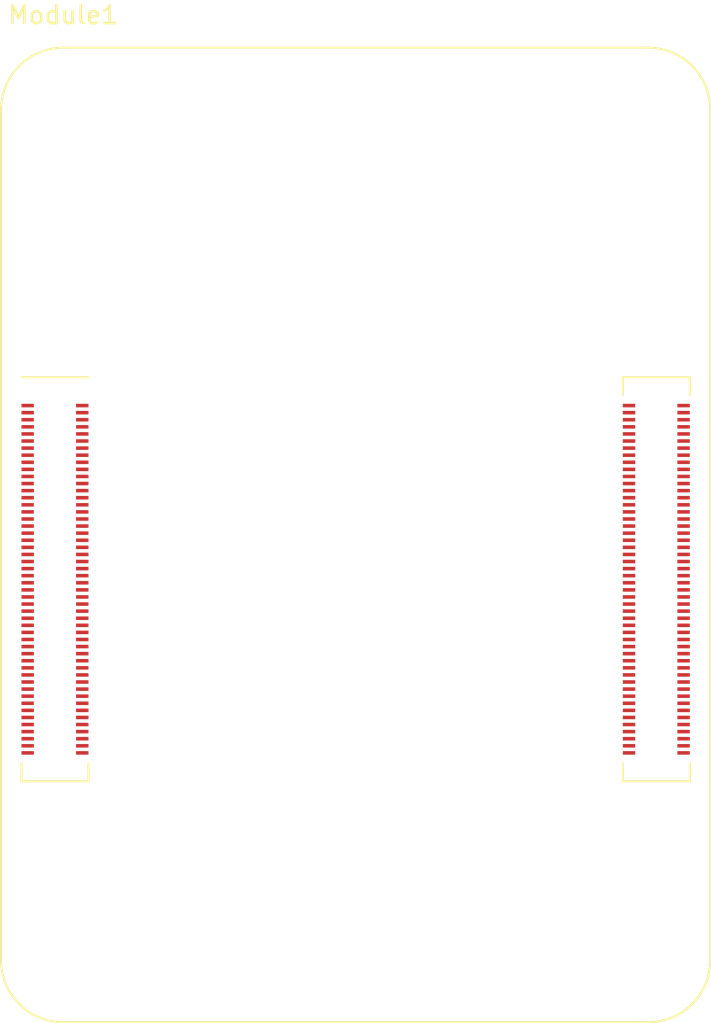
<source format=kicad_pcb>
(kicad_pcb (version 20201002) (generator pcbnew)

  (general
    (thickness 1.6)
  )

  (paper "A4")
  (layers
    (0 "F.Cu" signal)
    (31 "B.Cu" signal)
    (32 "B.Adhes" user "B.Adhesive")
    (33 "F.Adhes" user "F.Adhesive")
    (34 "B.Paste" user)
    (35 "F.Paste" user)
    (36 "B.SilkS" user "B.Silkscreen")
    (37 "F.SilkS" user "F.Silkscreen")
    (38 "B.Mask" user)
    (39 "F.Mask" user)
    (40 "Dwgs.User" user "User.Drawings")
    (41 "Cmts.User" user "User.Comments")
    (42 "Eco1.User" user "User.Eco1")
    (43 "Eco2.User" user "User.Eco2")
    (44 "Edge.Cuts" user)
    (45 "Margin" user)
    (46 "B.CrtYd" user "B.Courtyard")
    (47 "F.CrtYd" user "F.Courtyard")
    (48 "B.Fab" user)
    (49 "F.Fab" user)
    (50 "User.1" user)
    (51 "User.2" user)
    (52 "User.3" user)
    (53 "User.4" user)
    (54 "User.5" user)
    (55 "User.6" user)
    (56 "User.7" user)
    (57 "User.8" user)
    (58 "User.9" user)
  )

  (setup
    (pcbplotparams
      (layerselection 0x00010fc_ffffffff)
      (disableapertmacros false)
      (usegerberextensions false)
      (usegerberattributes true)
      (usegerberadvancedattributes true)
      (creategerberjobfile true)
      (svguseinch false)
      (svgprecision 6)
      (excludeedgelayer true)
      (plotframeref false)
      (viasonmask false)
      (mode 1)
      (useauxorigin false)
      (hpglpennumber 1)
      (hpglpenspeed 20)
      (hpglpendiameter 15.000000)
      (psnegative false)
      (psa4output false)
      (plotreference true)
      (plotvalue true)
      (plotinvisibletext false)
      (sketchpadsonfab false)
      (subtractmaskfromsilk false)
      (outputformat 1)
      (mirror false)
      (drillshape 1)
      (scaleselection 1)
      (outputdirectory "")
    )
  )


  (net 0 "")
  (net 1 "Net-(Module1-Pad200)")
  (net 2 "Net-(Module1-Pad199)")
  (net 3 "Net-(Module1-Pad198)")
  (net 4 "Net-(Module1-Pad197)")
  (net 5 "Net-(Module1-Pad196)")
  (net 6 "Net-(Module1-Pad195)")
  (net 7 "Net-(Module1-Pad194)")
  (net 8 "Net-(Module1-Pad193)")
  (net 9 "Net-(Module1-Pad192)")
  (net 10 "Net-(Module1-Pad191)")
  (net 11 "Net-(Module1-Pad190)")
  (net 12 "Net-(Module1-Pad189)")
  (net 13 "Net-(Module1-Pad188)")
  (net 14 "Net-(Module1-Pad187)")
  (net 15 "Net-(Module1-Pad186)")
  (net 16 "Net-(Module1-Pad185)")
  (net 17 "Net-(Module1-Pad184)")
  (net 18 "Net-(Module1-Pad183)")
  (net 19 "Net-(Module1-Pad182)")
  (net 20 "Net-(Module1-Pad181)")
  (net 21 "Net-(Module1-Pad180)")
  (net 22 "Net-(Module1-Pad179)")
  (net 23 "Net-(Module1-Pad178)")
  (net 24 "Net-(Module1-Pad177)")
  (net 25 "Net-(Module1-Pad176)")
  (net 26 "Net-(Module1-Pad175)")
  (net 27 "Net-(Module1-Pad174)")
  (net 28 "Net-(Module1-Pad173)")
  (net 29 "Net-(Module1-Pad172)")
  (net 30 "Net-(Module1-Pad171)")
  (net 31 "Net-(Module1-Pad170)")
  (net 32 "Net-(Module1-Pad169)")
  (net 33 "Net-(Module1-Pad168)")
  (net 34 "Net-(Module1-Pad167)")
  (net 35 "Net-(Module1-Pad166)")
  (net 36 "Net-(Module1-Pad165)")
  (net 37 "Net-(Module1-Pad164)")
  (net 38 "Net-(Module1-Pad163)")
  (net 39 "Net-(Module1-Pad162)")
  (net 40 "Net-(Module1-Pad161)")
  (net 41 "Net-(Module1-Pad160)")
  (net 42 "Net-(Module1-Pad159)")
  (net 43 "Net-(Module1-Pad158)")
  (net 44 "Net-(Module1-Pad157)")
  (net 45 "Net-(Module1-Pad156)")
  (net 46 "Net-(Module1-Pad155)")
  (net 47 "Net-(Module1-Pad154)")
  (net 48 "Net-(Module1-Pad153)")
  (net 49 "Net-(Module1-Pad152)")
  (net 50 "Net-(Module1-Pad151)")
  (net 51 "Net-(Module1-Pad150)")
  (net 52 "Net-(Module1-Pad149)")
  (net 53 "Net-(Module1-Pad148)")
  (net 54 "Net-(Module1-Pad147)")
  (net 55 "Net-(Module1-Pad146)")
  (net 56 "Net-(Module1-Pad145)")
  (net 57 "Net-(Module1-Pad144)")
  (net 58 "Net-(Module1-Pad143)")
  (net 59 "Net-(Module1-Pad142)")
  (net 60 "Net-(Module1-Pad141)")
  (net 61 "Net-(Module1-Pad140)")
  (net 62 "Net-(Module1-Pad139)")
  (net 63 "Net-(Module1-Pad138)")
  (net 64 "Net-(Module1-Pad137)")
  (net 65 "Net-(Module1-Pad136)")
  (net 66 "Net-(Module1-Pad135)")
  (net 67 "Net-(Module1-Pad134)")
  (net 68 "Net-(Module1-Pad133)")
  (net 69 "Net-(Module1-Pad132)")
  (net 70 "Net-(Module1-Pad131)")
  (net 71 "Net-(Module1-Pad130)")
  (net 72 "Net-(Module1-Pad129)")
  (net 73 "Net-(Module1-Pad128)")
  (net 74 "Net-(Module1-Pad127)")
  (net 75 "Net-(Module1-Pad126)")
  (net 76 "Net-(Module1-Pad125)")
  (net 77 "Net-(Module1-Pad124)")
  (net 78 "Net-(Module1-Pad123)")
  (net 79 "Net-(Module1-Pad122)")
  (net 80 "Net-(Module1-Pad121)")
  (net 81 "Net-(Module1-Pad120)")
  (net 82 "Net-(Module1-Pad119)")
  (net 83 "Net-(Module1-Pad118)")
  (net 84 "Net-(Module1-Pad117)")
  (net 85 "Net-(Module1-Pad116)")
  (net 86 "Net-(Module1-Pad115)")
  (net 87 "Net-(Module1-Pad114)")
  (net 88 "Net-(Module1-Pad113)")
  (net 89 "Net-(Module1-Pad112)")
  (net 90 "Net-(Module1-Pad111)")
  (net 91 "Net-(Module1-Pad110)")
  (net 92 "Net-(Module1-Pad109)")
  (net 93 "Net-(Module1-Pad108)")
  (net 94 "Net-(Module1-Pad107)")
  (net 95 "Net-(Module1-Pad106)")
  (net 96 "Net-(Module1-Pad105)")
  (net 97 "Net-(Module1-Pad104)")
  (net 98 "Net-(Module1-Pad103)")
  (net 99 "Net-(Module1-Pad102)")
  (net 100 "Net-(Module1-Pad101)")
  (net 101 "Net-(Module1-Pad100)")
  (net 102 "Net-(Module1-Pad99)")
  (net 103 "Net-(Module1-Pad98)")
  (net 104 "Net-(Module1-Pad97)")
  (net 105 "Net-(Module1-Pad96)")
  (net 106 "Net-(Module1-Pad95)")
  (net 107 "Net-(Module1-Pad94)")
  (net 108 "Net-(Module1-Pad93)")
  (net 109 "Net-(Module1-Pad92)")
  (net 110 "Net-(Module1-Pad91)")
  (net 111 "Net-(Module1-Pad90)")
  (net 112 "Net-(Module1-Pad89)")
  (net 113 "Net-(Module1-Pad88)")
  (net 114 "Net-(Module1-Pad87)")
  (net 115 "Net-(Module1-Pad86)")
  (net 116 "Net-(Module1-Pad85)")
  (net 117 "Net-(Module1-Pad84)")
  (net 118 "Net-(Module1-Pad83)")
  (net 119 "Net-(Module1-Pad82)")
  (net 120 "Net-(Module1-Pad81)")
  (net 121 "Net-(Module1-Pad80)")
  (net 122 "Net-(Module1-Pad79)")
  (net 123 "Net-(Module1-Pad78)")
  (net 124 "Net-(Module1-Pad77)")
  (net 125 "Net-(Module1-Pad76)")
  (net 126 "Net-(Module1-Pad75)")
  (net 127 "Net-(Module1-Pad74)")
  (net 128 "Net-(Module1-Pad73)")
  (net 129 "Net-(Module1-Pad72)")
  (net 130 "Net-(Module1-Pad71)")
  (net 131 "Net-(Module1-Pad70)")
  (net 132 "Net-(Module1-Pad69)")
  (net 133 "Net-(Module1-Pad68)")
  (net 134 "Net-(Module1-Pad67)")
  (net 135 "Net-(Module1-Pad66)")
  (net 136 "Net-(Module1-Pad65)")
  (net 137 "Net-(Module1-Pad64)")
  (net 138 "Net-(Module1-Pad63)")
  (net 139 "Net-(Module1-Pad62)")
  (net 140 "Net-(Module1-Pad61)")
  (net 141 "Net-(Module1-Pad60)")
  (net 142 "Net-(Module1-Pad59)")
  (net 143 "Net-(Module1-Pad58)")
  (net 144 "Net-(Module1-Pad57)")
  (net 145 "Net-(Module1-Pad56)")
  (net 146 "Net-(Module1-Pad55)")
  (net 147 "Net-(Module1-Pad54)")
  (net 148 "Net-(Module1-Pad53)")
  (net 149 "Net-(Module1-Pad52)")
  (net 150 "Net-(Module1-Pad51)")
  (net 151 "Net-(Module1-Pad50)")
  (net 152 "Net-(Module1-Pad49)")
  (net 153 "Net-(Module1-Pad48)")
  (net 154 "Net-(Module1-Pad47)")
  (net 155 "Net-(Module1-Pad46)")
  (net 156 "Net-(Module1-Pad45)")
  (net 157 "Net-(Module1-Pad44)")
  (net 158 "Net-(Module1-Pad43)")
  (net 159 "Net-(Module1-Pad42)")
  (net 160 "Net-(Module1-Pad41)")
  (net 161 "Net-(Module1-Pad40)")
  (net 162 "Net-(Module1-Pad39)")
  (net 163 "Net-(Module1-Pad38)")
  (net 164 "Net-(Module1-Pad37)")
  (net 165 "Net-(Module1-Pad36)")
  (net 166 "Net-(Module1-Pad35)")
  (net 167 "Net-(Module1-Pad34)")
  (net 168 "Net-(Module1-Pad33)")
  (net 169 "Net-(Module1-Pad32)")
  (net 170 "Net-(Module1-Pad31)")
  (net 171 "Net-(Module1-Pad30)")
  (net 172 "Net-(Module1-Pad29)")
  (net 173 "Net-(Module1-Pad28)")
  (net 174 "Net-(Module1-Pad27)")
  (net 175 "Net-(Module1-Pad26)")
  (net 176 "Net-(Module1-Pad25)")
  (net 177 "Net-(Module1-Pad24)")
  (net 178 "Net-(Module1-Pad23)")
  (net 179 "Net-(Module1-Pad22)")
  (net 180 "Net-(Module1-Pad21)")
  (net 181 "Net-(Module1-Pad20)")
  (net 182 "Net-(Module1-Pad19)")
  (net 183 "Net-(Module1-Pad18)")
  (net 184 "Net-(Module1-Pad17)")
  (net 185 "Net-(Module1-Pad16)")
  (net 186 "Net-(Module1-Pad15)")
  (net 187 "Net-(Module1-Pad14)")
  (net 188 "Net-(Module1-Pad13)")
  (net 189 "Net-(Module1-Pad12)")
  (net 190 "Net-(Module1-Pad11)")
  (net 191 "Net-(Module1-Pad10)")
  (net 192 "Net-(Module1-Pad9)")
  (net 193 "Net-(Module1-Pad8)")
  (net 194 "Net-(Module1-Pad7)")
  (net 195 "Net-(Module1-Pad6)")
  (net 196 "Net-(Module1-Pad5)")
  (net 197 "Net-(Module1-Pad4)")
  (net 198 "Net-(Module1-Pad3)")
  (net 199 "Net-(Module1-Pad2)")
  (net 200 "Net-(Module1-Pad1)")

  (module "CM4IO:Raspberry-Pi-4-Compute-Module" (layer "F.Cu") (tedit 5EF08346) (tstamp 7cb5c854-6b45-4e86-9dcf-abe494b253a8)
    (at 139.7 114.3)
    (descr "Raspberry Pi 4 Compute Module")
    (tags "Raspberry Pi 4 Compute Module")
    (property "Field4" "Hirose")
    (property "Field5" "2x DF40C-100DS-0.4V")
    (property "Sheet file" "C:/Users/agk99/Documents/GitHub/KlipperShip/HW/KlipperShip.kicad_sch")
    (property "Sheet name" "")
    (path "/722a9c41-2401-4818-b1a3-9380313d25d8")
    (attr smd)
    (fp_text reference "Module1" (at 0 -53.34 180) (layer "F.SilkS")
      (effects (font (size 1 1) (thickness 0.15)))
      (tstamp 06751125-5847-403d-bce4-8efcda8bd541)
    )
    (fp_text value "ComputeModule4-CM4" (at 16.52 0.19) (layer "F.Fab")
      (effects (font (size 1 1) (thickness 0.15)))
      (tstamp 62e7d3f5-a8fe-45f4-890b-9ab02a093d5a)
    )
    (fp_line (start 0 3.5) (end 33 3.5) (layer "F.SilkS") (width 0.12) (tstamp 0dac413f-09c3-42dc-8823-4b5af7c79abc))
    (fp_line (start 31.57 -32.9) (end 31.57 -31.9) (layer "F.SilkS") (width 0.12) (tstamp 0f2cd10c-c3a3-4230-8d49-7fc4443c3a64))
    (fp_line (start 35.35 -10.1) (end 35.35 -11.1) (layer "F.SilkS") (width 0.12) (tstamp 2ceadb68-6027-4b09-8141-72fae1e31fac))
    (fp_line (start -2.35 -10.1) (end 1.43 -10.1) (layer "F.SilkS") (width 0.12) (tstamp 540ecf10-7f44-4895-8cb3-614d114015e5))
    (fp_line (start 35.35 -32.9) (end 35.35 -31.9) (layer "F.SilkS") (width 0.12) (tstamp 5638e02a-7976-44a8-8523-5de17b0dbd37))
    (fp_line (start 31.57 -32.9) (end 35.35 -32.9) (layer "F.SilkS") (width 0.12) (tstamp 5e762582-0745-4d8b-b0ac-92b4e63c2a6f))
    (fp_line (start -2.35 -10.1) (end -2.35 -11.1) (layer "F.SilkS") (width 0.12) (tstamp 787cb46b-7115-4ed3-9f00-e5e7fc028d43))
    (fp_line (start 31.57 -10.1) (end 31.57 -11.1) (layer "F.SilkS") (width 0.12) (tstamp 7e81e942-6732-424e-bc75-cbd3ef34f3d6))
    (fp_line (start 36.5 0) (end 36.5 -48) (layer "F.SilkS") (width 0.12) (tstamp 903201a5-ed67-4da4-9274-0b3198fe13af))
    (fp_line (start 31.57 -10.1) (end 35.35 -10.1) (layer "F.SilkS") (width 0.12) (tstamp 9bf26e3b-4be2-4205-8603-b7bd6c792947))
    (fp_line (start 33 -51.5) (end 0 -51.5) (layer "F.SilkS") (width 0.12) (tstamp ab980f77-d7d6-4b62-9cf7-b47ec4900f84))
    (fp_line (start 1.43 -10.1) (end 1.43 -11.1) (layer "F.SilkS") (width 0.12) (tstamp ba5ef3e8-5f99-445f-95cf-42c819072db5))
    (fp_line (start -2.35 -32.9) (end 1.43 -32.9) (layer "F.SilkS") (width 0.12) (tstamp e5b04f53-cb3d-4e08-b990-e21042835be2))
    (fp_line (start -3.5 -48) (end -3.5 0) (layer "F.SilkS") (width 0.12) (tstamp fbf32d30-d86e-4f6b-a7e8-36ecd4c4e222))
    (fp_arc (start 0 -48) (end 0 -51.5) (angle -90) (layer "F.SilkS") (width 0.12) (tstamp 0e0bf287-69df-4ee9-b614-089c22663469))
    (fp_arc (start 33 0) (end 33 3.5) (angle -90) (layer "F.SilkS") (width 0.12) (tstamp 2adc09c1-f54e-4c79-9be1-143674d83442))
    (fp_arc (start 33 -48) (end 36.5 -48) (angle -90) (layer "F.SilkS") (width 0.12) (tstamp 57c05a8b-0816-46bc-a9ef-3f543ad39fbc))
    (fp_arc (start 0 0) (end -3.5 0) (angle -90) (layer "F.SilkS") (width 0.12) (tstamp edf9cb6b-0f4b-4a37-8b68-b762111e76be))
    (fp_line (start 35.35 -32.9) (end 35.35 -10.1) (layer "F.CrtYd") (width 0.12) (tstamp 379c86ce-005c-43fa-8bab-6ffb9e153521))
    (fp_line (start 1.43 -32.9) (end 1.43 -10.1) (layer "F.CrtYd") (width 0.12) (tstamp 3e5dbe3f-4a50-49c3-9c3d-2b134050cf9e))
    (fp_line (start 31.57 -10.1) (end 31.57 -32.9) (layer "F.CrtYd") (width 0.12) (tstamp 6c24905f-d23e-4b9a-ab20-01e96c39f510))
    (fp_line (start 31.57 -32.9) (end 35.35 -32.9) (layer "F.CrtYd") (width 0.12) (tstamp 76dbbc74-7dbc-468f-9188-1977299f2a95))
    (fp_line (start 1.43 -10.1) (end -2.35 -10.1) (layer "F.CrtYd") (width 0.12) (tstamp 7f16e44c-7adf-472d-9979-d9e3822e25db))
    (fp_line (start -2.35 -32.9) (end 1.43 -32.9) (layer "F.CrtYd") (width 0.12) (tstamp a197f593-44dd-4627-b3f9-7a6ac041f03c))
    (fp_line (start -2.35 -10.1) (end -2.35 -32.9) (layer "F.CrtYd") (width 0.12) (tstamp b292c62c-7ab4-4218-b44f-722b422f8680))
    (fp_line (start 35.35 -10.1) (end 31.57 -10.1) (layer "F.CrtYd") (width 0.12) (tstamp d1502c5c-069f-46fb-82b1-d13329c4beca))
    (pad "" np_thru_hole circle (at 33 0) (size 2.7 2.7) (drill 2.7) (layers *.Cu *.Mask)
      (solder_mask_margin 1.7) (clearance 1.7) (tstamp 02c2ea21-962a-434f-9145-050889617d57))
    (pad "" np_thru_hole circle (at 0 0) (size 2.7 2.7) (drill 2.7) (layers *.Cu *.Mask)
      (solder_mask_margin 1.7) (clearance 1.7) (tstamp 4b6e0d21-281b-4c2b-8373-13cc008e2cae))
    (pad "" np_thru_hole circle (at 0 -48) (size 2.7 2.7) (drill 2.7) (layers *.Cu *.Mask)
      (solder_mask_margin 1.7) (clearance 1.7) (tstamp 603dee92-82f2-4bf9-9eeb-4dd6d4bece07))
    (pad "" np_thru_hole circle (at 33 -48) (size 2.7 2.7) (drill 2.7) (layers *.Cu *.Mask)
      (solder_mask_margin 1.7) (clearance 1.7) (tstamp a6a4e355-f16a-498a-8782-00e4132efb8c))
    (pad "1" smd rect (at -2 -31.3 270) (size 0.2 0.7) (layers "F.Cu" "F.Paste" "F.Mask")
      (net 200 "Net-(Module1-Pad1)") (pinfunction "GND") (tstamp 1d9956ab-6da2-42c8-a78b-ba60451a85ab))
    (pad "2" smd rect (at 1.08 -31.3 270) (size 0.2 0.7) (layers "F.Cu" "F.Paste" "F.Mask")
      (net 199 "Net-(Module1-Pad2)") (pinfunction "GND") (tstamp 86f1d52f-4892-4dbc-989a-d9470ea3cc0a))
    (pad "3" smd rect (at -2 -30.9 270) (size 0.2 0.7) (layers "F.Cu" "F.Paste" "F.Mask")
      (net 198 "Net-(Module1-Pad3)") (pinfunction "Ethernet_Pair3_P") (tstamp e45faf34-0f52-401c-983c-26a378284cb2))
    (pad "4" smd rect (at 1.08 -30.9 270) (size 0.2 0.7) (layers "F.Cu" "F.Paste" "F.Mask")
      (net 197 "Net-(Module1-Pad4)") (pinfunction "Ethernet_Pair1_P") (tstamp ee00342b-87ca-4ed2-99eb-2223336f5301))
    (pad "5" smd rect (at -2 -30.5 270) (size 0.2 0.7) (layers "F.Cu" "F.Paste" "F.Mask")
      (net 196 "Net-(Module1-Pad5)") (pinfunction "Ethernet_Pair3_N") (tstamp 1322a66d-2f05-44ef-9db7-b8a8f9367e7d))
    (pad "6" smd rect (at 1.08 -30.5 270) (size 0.2 0.7) (layers "F.Cu" "F.Paste" "F.Mask")
      (net 195 "Net-(Module1-Pad6)") (pinfunction "Ethernet_Pair1_N") (tstamp 21354899-51ca-42d2-a356-75deb6b4ee9f))
    (pad "7" smd rect (at -2 -30.1 270) (size 0.2 0.7) (layers "F.Cu" "F.Paste" "F.Mask")
      (net 194 "Net-(Module1-Pad7)") (pinfunction "GND") (tstamp 19c17dd6-5e4f-4c72-91a8-bd820adc643c))
    (pad "8" smd rect (at 1.08 -30.1 270) (size 0.2 0.7) (layers "F.Cu" "F.Paste" "F.Mask")
      (net 193 "Net-(Module1-Pad8)") (pinfunction "GND") (tstamp 4fc0a88d-3c4a-4731-97c6-5ffe23a67497))
    (pad "9" smd rect (at -2 -29.7 270) (size 0.2 0.7) (layers "F.Cu" "F.Paste" "F.Mask")
      (net 192 "Net-(Module1-Pad9)") (pinfunction "Ethernet_Pair2_N") (tstamp 544a7546-8d56-466c-93ea-81b69fd6fa95))
    (pad "10" smd rect (at 1.08 -29.7 270) (size 0.2 0.7) (layers "F.Cu" "F.Paste" "F.Mask")
      (net 191 "Net-(Module1-Pad10)") (pinfunction "Ethernet_Pair0_N") (tstamp 82119d3d-fafc-4d0c-bd42-7bc78966a61b))
    (pad "11" smd rect (at -2 -29.3 270) (size 0.2 0.7) (layers "F.Cu" "F.Paste" "F.Mask")
      (net 190 "Net-(Module1-Pad11)") (pinfunction "Ethernet_Pair2_P") (tstamp 9f627d2a-c973-4558-855a-2518175a269d))
    (pad "12" smd rect (at 1.08 -29.3 270) (size 0.2 0.7) (layers "F.Cu" "F.Paste" "F.Mask")
      (net 189 "Net-(Module1-Pad12)") (pinfunction "Ethernet_Pair0_P") (tstamp da3059af-4cf9-4228-8d13-9b068a994d03))
    (pad "13" smd rect (at -2 -28.9 270) (size 0.2 0.7) (layers "F.Cu" "F.Paste" "F.Mask")
      (net 188 "Net-(Module1-Pad13)") (pinfunction "GND") (tstamp 003bfab4-7f5c-4464-9a92-68d06eb992e1))
    (pad "14" smd rect (at 1.08 -28.9 270) (size 0.2 0.7) (layers "F.Cu" "F.Paste" "F.Mask")
      (net 187 "Net-(Module1-Pad14)") (pinfunction "GND") (tstamp 65f7cdc4-12b2-4ae1-b332-0d2d26468cb3))
    (pad "15" smd rect (at -2 -28.5 270) (size 0.2 0.7) (layers "F.Cu" "F.Paste" "F.Mask")
      (net 186 "Net-(Module1-Pad15)") (pinfunction "Ethernet_nLED3(3.3v)") (tstamp 050ffbb0-2433-46bf-8dea-e8727a5c85ab))
    (pad "16" smd rect (at 1.08 -28.5 270) (size 0.2 0.7) (layers "F.Cu" "F.Paste" "F.Mask")
      (net 185 "Net-(Module1-Pad16)") (pinfunction "Ethernet_SYNC_IN(1.8v)") (tstamp f7ca98fc-f21d-402a-a065-b6c247a3e716))
    (pad "17" smd rect (at -2 -28.1 270) (size 0.2 0.7) (layers "F.Cu" "F.Paste" "F.Mask")
      (net 184 "Net-(Module1-Pad17)") (pinfunction "Ethernet_nLED2(3.3v)") (tstamp c9dc7aad-5032-4c1e-aca8-c6d612c32e36))
    (pad "18" smd rect (at 1.08 -28.1 270) (size 0.2 0.7) (layers "F.Cu" "F.Paste" "F.Mask")
      (net 183 "Net-(Module1-Pad18)") (pinfunction "Ethernet_SYNC_OUT(1.8v)") (tstamp 5711de63-e5b4-489f-a856-2e18c690004a))
    (pad "19" smd rect (at -2 -27.7 270) (size 0.2 0.7) (layers "F.Cu" "F.Paste" "F.Mask")
      (net 182 "Net-(Module1-Pad19)") (pinfunction "Ethernet_nLED1(3.3v)") (tstamp 8006ec30-bd83-4bb8-975e-8317d3dfaeff))
    (pad "20" smd rect (at 1.08 -27.7 270) (size 0.2 0.7) (layers "F.Cu" "F.Paste" "F.Mask")
      (net 181 "Net-(Module1-Pad20)") (pinfunction "EEPROM_nWP") (tstamp ce7d036b-9eab-460d-b910-a9bde7592d61))
    (pad "21" smd rect (at -2 -27.3 270) (size 0.2 0.7) (layers "F.Cu" "F.Paste" "F.Mask")
      (net 180 "Net-(Module1-Pad21)") (pinfunction "PI_nLED_Activity") (tstamp f23784bd-f9f8-4710-9bf2-9eea60b9531f))
    (pad "22" smd rect (at 1.08 -27.3 270) (size 0.2 0.7) (layers "F.Cu" "F.Paste" "F.Mask")
      (net 179 "Net-(Module1-Pad22)") (pinfunction "GND") (tstamp 16f23771-5108-4de3-bdff-db10a0467dfa))
    (pad "23" smd rect (at -2 -26.9 270) (size 0.2 0.7) (layers "F.Cu" "F.Paste" "F.Mask")
      (net 178 "Net-(Module1-Pad23)") (pinfunction "GND") (tstamp e68220b6-4a89-426b-b762-89ff22991cef))
    (pad "24" smd rect (at 1.08 -26.9 270) (size 0.2 0.7) (layers "F.Cu" "F.Paste" "F.Mask")
      (net 177 "Net-(Module1-Pad24)") (pinfunction "GPIO26") (tstamp e1102df2-556a-4931-af81-524e64db63dd))
    (pad "25" smd rect (at -2 -26.5 270) (size 0.2 0.7) (layers "F.Cu" "F.Paste" "F.Mask")
      (net 176 "Net-(Module1-Pad25)") (pinfunction "GPIO21") (tstamp 33f1d299-44ab-4325-85c2-adbf11984991))
    (pad "26" smd rect (at 1.08 -26.5 270) (size 0.2 0.7) (layers "F.Cu" "F.Paste" "F.Mask")
      (net 175 "Net-(Module1-Pad26)") (pinfunction "GPIO19") (tstamp 08d63265-0633-4684-885a-30d468b9754c))
    (pad "27" smd rect (at -2 -26.1 270) (size 0.2 0.7) (layers "F.Cu" "F.Paste" "F.Mask")
      (net 174 "Net-(Module1-Pad27)") (pinfunction "GPIO20") (tstamp ade212b9-95fb-4b61-99b3-4ec334c55d78))
    (pad "28" smd rect (at 1.08 -26.1 270) (size 0.2 0.7) (layers "F.Cu" "F.Paste" "F.Mask")
      (net 173 "Net-(Module1-Pad28)") (pinfunction "GPIO13") (tstamp 0a7e5039-d5f6-4c22-a23d-81cab2a8b28c))
    (pad "29" smd rect (at -2 -25.7 270) (size 0.2 0.7) (layers "F.Cu" "F.Paste" "F.Mask")
      (net 172 "Net-(Module1-Pad29)") (pinfunction "GPIO16") (tstamp df4b8596-c8aa-4d0c-bbc1-d1c2da672f99))
    (pad "30" smd rect (at 1.08 -25.7 270) (size 0.2 0.7) (layers "F.Cu" "F.Paste" "F.Mask")
      (net 171 "Net-(Module1-Pad30)") (pinfunction "GPIO6") (tstamp 55bc1c1e-c2c2-4855-a979-85c10a89f6fd))
    (pad "31" smd rect (at -2 -25.3 270) (size 0.2 0.7) (layers "F.Cu" "F.Paste" "F.Mask")
      (net 170 "Net-(Module1-Pad31)") (pinfunction "GPIO12") (tstamp 390f8f50-f64c-4c7d-bee2-576312394bd6))
    (pad "32" smd rect (at 1.08 -25.3 270) (size 0.2 0.7) (layers "F.Cu" "F.Paste" "F.Mask")
      (net 169 "Net-(Module1-Pad32)") (pinfunction "GND") (tstamp ed34e48f-a1c4-4588-9f8e-ec1058c446d2))
    (pad "33" smd rect (at -2 -24.9 270) (size 0.2 0.7) (layers "F.Cu" "F.Paste" "F.Mask")
      (net 168 "Net-(Module1-Pad33)") (pinfunction "GND") (tstamp f06ee815-1cd8-49cd-b6dc-342a4b4cb8da))
    (pad "34" smd rect (at 1.08 -24.9 270) (size 0.2 0.7) (layers "F.Cu" "F.Paste" "F.Mask")
      (net 167 "Net-(Module1-Pad34)") (pinfunction "GPIO5") (tstamp 1e31178c-94c7-4717-8451-dc82ba325fc4))
    (pad "35" smd rect (at -2 -24.5 270) (size 0.2 0.7) (layers "F.Cu" "F.Paste" "F.Mask")
      (net 166 "Net-(Module1-Pad35)") (pinfunction "ID_SC") (tstamp 95b26411-4ecd-4fd4-8333-e2e6f3e77c85))
    (pad "36" smd rect (at 1.08 -24.5 270) (size 0.2 0.7) (layers "F.Cu" "F.Paste" "F.Mask")
      (net 165 "Net-(Module1-Pad36)") (pinfunction "ID_SD") (tstamp 5c76cfaf-950a-4415-ac44-4e6dd8afc01d))
    (pad "37" smd rect (at -2 -24.1 270) (size 0.2 0.7) (layers "F.Cu" "F.Paste" "F.Mask")
      (net 164 "Net-(Module1-Pad37)") (pinfunction "GPIO7") (tstamp e30476ff-2c54-4320-bc4b-7b3921de9d5f))
    (pad "38" smd rect (at 1.08 -24.1 270) (size 0.2 0.7) (layers "F.Cu" "F.Paste" "F.Mask")
      (net 163 "Net-(Module1-Pad38)") (pinfunction "GPIO11") (tstamp e0f36ec3-1581-41e9-a420-b8424ef22baa))
    (pad "39" smd rect (at -2 -23.7 270) (size 0.2 0.7) (layers "F.Cu" "F.Paste" "F.Mask")
      (net 162 "Net-(Module1-Pad39)") (pinfunction "GPIO8") (tstamp 8ff5cfd0-6509-4135-9a8f-903a1b29a369))
    (pad "40" smd rect (at 1.08 -23.7 270) (size 0.2 0.7) (layers "F.Cu" "F.Paste" "F.Mask")
      (net 161 "Net-(Module1-Pad40)") (pinfunction "GPIO9") (tstamp 3e1c6e6d-5ea1-4c8c-bb09-cb893dcabb4a))
    (pad "41" smd rect (at -2 -23.3 270) (size 0.2 0.7) (layers "F.Cu" "F.Paste" "F.Mask")
      (net 160 "Net-(Module1-Pad41)") (pinfunction "GPIO25") (tstamp 49baedb7-9018-4a9f-833b-af6c9f477d58))
    (pad "42" smd rect (at 1.08 -23.3 270) (size 0.2 0.7) (layers "F.Cu" "F.Paste" "F.Mask")
      (net 159 "Net-(Module1-Pad42)") (pinfunction "GND") (tstamp 884f5f54-2ed2-4344-903c-ade62debd03f))
    (pad "43" smd rect (at -2 -22.9 270) (size 0.2 0.7) (layers "F.Cu" "F.Paste" "F.Mask")
      (net 158 "Net-(Module1-Pad43)") (pinfunction "GND") (tstamp 9148fa14-cab1-4f00-b367-38dc960954ba))
    (pad "44" smd rect (at 1.08 -22.9 270) (size 0.2 0.7) (layers "F.Cu" "F.Paste" "F.Mask")
      (net 157 "Net-(Module1-Pad44)") (pinfunction "GPIO10") (tstamp 264b3db1-dbf8-4920-b8fb-0274c3b61965))
    (pad "45" smd rect (at -2 -22.5 270) (size 0.2 0.7) (layers "F.Cu" "F.Paste" "F.Mask")
      (net 156 "Net-(Module1-Pad45)") (pinfunction "GPIO24") (tstamp 6e40b823-1fa8-4c6f-9e99-1d0eb47fae41))
    (pad "46" smd rect (at 1.08 -22.5 270) (size 0.2 0.7) (layers "F.Cu" "F.Paste" "F.Mask")
      (net 155 "Net-(Module1-Pad46)") (pinfunction "GPIO22") (tstamp e53f746f-c2a5-4c82-afc2-ce87f5e27e0e))
    (pad "47" smd rect (at -2 -22.1 270) (size 0.2 0.7) (layers "F.Cu" "F.Paste" "F.Mask")
      (net 154 "Net-(Module1-Pad47)") (pinfunction "GPIO23") (tstamp a2dcf612-beb9-4aaf-af9d-6bfa21d0d95a))
    (pad "48" smd rect (at 1.08 -22.1 270) (size 0.2 0.7) (layers "F.Cu" "F.Paste" "F.Mask")
      (net 153 "Net-(Module1-Pad48)") (pinfunction "GPIO27") (tstamp befb77f3-c51d-4bdd-9944-76cc6b129271))
    (pad "49" smd rect (at -2 -21.7 270) (size 0.2 0.7) (layers "F.Cu" "F.Paste" "F.Mask")
      (net 152 "Net-(Module1-Pad49)") (pinfunction "GPIO18") (tstamp b4eb6a52-7dbc-4ae7-b031-68163423d3e7))
    (pad "50" smd rect (at 1.08 -21.7 270) (size 0.2 0.7) (layers "F.Cu" "F.Paste" "F.Mask")
      (net 151 "Net-(Module1-Pad50)") (pinfunction "GPIO17") (tstamp abc23332-3740-4672-af6a-28759d66617d))
    (pad "51" smd rect (at -2 -21.3 270) (size 0.2 0.7) (layers "F.Cu" "F.Paste" "F.Mask")
      (net 150 "Net-(Module1-Pad51)") (pinfunction "GPIO15") (tstamp 1316a68f-5e9c-4bd0-ae76-652636c5e3f9))
    (pad "52" smd rect (at 1.08 -21.3 270) (size 0.2 0.7) (layers "F.Cu" "F.Paste" "F.Mask")
      (net 149 "Net-(Module1-Pad52)") (pinfunction "GND") (tstamp 6716e7f7-afa2-4819-b737-5803e9c4febc))
    (pad "53" smd rect (at -2 -20.9 270) (size 0.2 0.7) (layers "F.Cu" "F.Paste" "F.Mask")
      (net 148 "Net-(Module1-Pad53)") (pinfunction "GND") (tstamp 268d8cc3-3198-44ce-9114-0e5c0f55ccbc))
    (pad "54" smd rect (at 1.08 -20.9 270) (size 0.2 0.7) (layers "F.Cu" "F.Paste" "F.Mask")
      (net 147 "Net-(Module1-Pad54)") (pinfunction "GPIO4") (tstamp 6b6830b4-6319-4ef2-bead-63485e6a6dd7))
    (pad "55" smd rect (at -2 -20.5 270) (size 0.2 0.7) (layers "F.Cu" "F.Paste" "F.Mask")
      (net 146 "Net-(Module1-Pad55)") (pinfunction "GPIO14") (tstamp 8cb99049-72ff-479f-9963-74b6442a9807))
    (pad "56" smd rect (at 1.08 -20.5 270) (size 0.2 0.7) (layers "F.Cu" "F.Paste" "F.Mask")
      (net 145 "Net-(Module1-Pad56)") (pinfunction "GPIO3") (tstamp 9371ac4e-afb8-4189-8c03-cca9a35554e2))
    (pad "57" smd rect (at -2 -20.1 270) (size 0.2 0.7) (layers "F.Cu" "F.Paste" "F.Mask")
      (net 144 "Net-(Module1-Pad57)") (pinfunction "SD_CLK") (tstamp aecc63f5-e777-4ae1-998a-b5b84685db27))
    (pad "58" smd rect (at 1.08 -20.1 270) (size 0.2 0.7) (layers "F.Cu" "F.Paste" "F.Mask")
      (net 143 "Net-(Module1-Pad58)") (pinfunction "GPIO2") (tstamp d6f65983-a098-46c2-9e76-733e8a0be2a2))
    (pad "59" smd rect (at -2 -19.7 270) (size 0.2 0.7) (layers "F.Cu" "F.Paste" "F.Mask")
      (net 142 "Net-(Module1-Pad59)") (pinfunction "GND") (tstamp 5e4cff14-cb22-4aea-b819-e53d98d51ff9))
    (pad "60" smd rect (at 1.08 -19.7 270) (size 0.2 0.7) (layers "F.Cu" "F.Paste" "F.Mask")
      (net 141 "Net-(Module1-Pad60)") (pinfunction "GND") (tstamp 603f3319-f651-42a6-92c2-2ab5aa69e79e))
    (pad "61" smd rect (at -2 -19.3 270) (size 0.2 0.7) (layers "F.Cu" "F.Paste" "F.Mask")
      (net 140 "Net-(Module1-Pad61)") (pinfunction "SD_DAT3") (tstamp 13da99c7-1921-457e-99fb-d97c28b787c4))
    (pad "62" smd rect (at 1.08 -19.3 270) (size 0.2 0.7) (layers "F.Cu" "F.Paste" "F.Mask")
      (net 139 "Net-(Module1-Pad62)") (pinfunction "SD_CMD") (tstamp 3dd834d8-3fd8-4eef-a400-53df4f1ebd01))
    (pad "63" smd rect (at -2 -18.9 270) (size 0.2 0.7) (layers "F.Cu" "F.Paste" "F.Mask")
      (net 138 "Net-(Module1-Pad63)") (pinfunction "SD_DAT0") (tstamp fd6ed145-17c4-400c-ac10-572a45eb253c))
    (pad "64" smd rect (at 1.08 -18.9 270) (size 0.2 0.7) (layers "F.Cu" "F.Paste" "F.Mask")
      (net 137 "Net-(Module1-Pad64)") (pinfunction "SD_DAT5") (tstamp 112f187e-dfde-42cc-b868-ff6852858ffb))
    (pad "65" smd rect (at -2 -18.5 270) (size 0.2 0.7) (layers "F.Cu" "F.Paste" "F.Mask")
      (net 136 "Net-(Module1-Pad65)") (pinfunction "GND") (tstamp 2e4cff68-ffc1-461b-b0cd-421b0b77a906))
    (pad "66" smd rect (at 1.08 -18.5 270) (size 0.2 0.7) (layers "F.Cu" "F.Paste" "F.Mask")
      (net 135 "Net-(Module1-Pad66)") (pinfunction "GND") (tstamp 239a8262-8e8e-435e-832b-bc6c48668fc3))
    (pad "67" smd rect (at -2 -18.1 270) (size 0.2 0.7) (layers "F.Cu" "F.Paste" "F.Mask")
      (net 134 "Net-(Module1-Pad67)") (pinfunction "SD_DAT1") (tstamp bba2013c-5db7-41a8-9853-b3ad1cd616f6))
    (pad "68" smd rect (at 1.08 -18.1 270) (size 0.2 0.7) (layers "F.Cu" "F.Paste" "F.Mask")
      (net 133 "Net-(Module1-Pad68)") (pinfunction "SD_DAT4") (tstamp 830e0131-1281-4e68-a5ff-ef0639bb4f3c))
    (pad "69" smd rect (at -2 -17.7 270) (size 0.2 0.7) (layers "F.Cu" "F.Paste" "F.Mask")
      (net 132 "Net-(Module1-Pad69)") (pinfunction "SD_DAT2") (tstamp ca226408-e7f3-4b66-845d-a095134245c2))
    (pad "70" smd rect (at 1.08 -17.7 270) (size 0.2 0.7) (layers "F.Cu" "F.Paste" "F.Mask")
      (net 131 "Net-(Module1-Pad70)") (pinfunction "SD_DAT7") (tstamp 571d00da-c1a7-410e-8560-e2af15d3cca6))
    (pad "71" smd rect (at -2 -17.3 270) (size 0.2 0.7) (layers "F.Cu" "F.Paste" "F.Mask")
      (net 130 "Net-(Module1-Pad71)") (pinfunction "GND") (tstamp 836b4d07-1f56-4694-a143-3661a7581327))
    (pad "72" smd rect (at 1.08 -17.3 270) (size 0.2 0.7) (layers "F.Cu" "F.Paste" "F.Mask")
      (net 129 "Net-(Module1-Pad72)") (pinfunction "SD_DAT6") (tstamp 0c0a951f-e1e1-4d21-8051-c0acccea42de))
    (pad "73" smd rect (at -2 -16.9 270) (size 0.2 0.7) (layers "F.Cu" "F.Paste" "F.Mask")
      (net 128 "Net-(Module1-Pad73)") (pinfunction "SD_VDD_Override") (tstamp 56ff3e55-121a-4964-8fde-0a302518d735))
    (pad "74" smd rect (at 1.08 -16.9 270) (size 0.2 0.7) (layers "F.Cu" "F.Paste" "F.Mask")
      (net 127 "Net-(Module1-Pad74)") (pinfunction "GND") (tstamp 122d2616-06fe-404f-8007-a0f74c90f7d7))
    (pad "75" smd rect (at -2 -16.5 270) (size 0.2 0.7) (layers "F.Cu" "F.Paste" "F.Mask")
      (net 126 "Net-(Module1-Pad75)") (pinfunction "SD_PWR_ON") (tstamp 3b85a668-fd74-4193-97a3-452594e24a02))
    (pad "76" smd rect (at 1.08 -16.5 270) (size 0.2 0.7) (layers "F.Cu" "F.Paste" "F.Mask")
      (net 125 "Net-(Module1-Pad76)") (pinfunction "Reserved") (tstamp 49101f71-edf7-4ca8-a403-da9ab8fccf44))
    (pad "77" smd rect (at -2 -16.1 270) (size 0.2 0.7) (layers "F.Cu" "F.Paste" "F.Mask")
      (net 124 "Net-(Module1-Pad77)") (pinfunction "+5v_(Input)") (tstamp 679b00aa-1a76-44fb-a209-c7f786cb20e2))
    (pad "78" smd rect (at 1.08 -16.1 270) (size 0.2 0.7) (layers "F.Cu" "F.Paste" "F.Mask")
      (net 123 "Net-(Module1-Pad78)") (pinfunction "GPIO_VREF(1.8v/3.3v_Input)") (tstamp 992d48e1-afc9-4fe7-9ceb-ecd261f57814))
    (pad "79" smd rect (at -2 -15.7 270) (size 0.2 0.7) (layers "F.Cu" "F.Paste" "F.Mask")
      (net 122 "Net-(Module1-Pad79)") (pinfunction "+5v_(Input)") (tstamp fda61c51-f625-447c-9497-4d496e647496))
    (pad "80" smd rect (at 1.08 -15.7 270) (size 0.2 0.7) (layers "F.Cu" "F.Paste" "F.Mask")
      (net 121 "Net-(Module1-Pad80)") (pinfunction "SCL0") (tstamp a2fdfa50-5137-47cc-a421-296126c6b8cd))
    (pad "81" smd rect (at -2 -15.3 270) (size 0.2 0.7) (layers "F.Cu" "F.Paste" "F.Mask")
      (net 120 "Net-(Module1-Pad81)") (pinfunction "+5v_(Input)") (tstamp 95d7ea35-32c5-4f92-beb5-1be282e573d6))
    (pad "82" smd rect (at 1.08 -15.3 270) (size 0.2 0.7) (layers "F.Cu" "F.Paste" "F.Mask")
      (net 119 "Net-(Module1-Pad82)") (pinfunction "SDA0") (tstamp 67a01084-beae-4cb8-abc0-15d675b7d7ff))
    (pad "83" smd rect (at -2 -14.9 270) (size 0.2 0.7) (layers "F.Cu" "F.Paste" "F.Mask")
      (net 118 "Net-(Module1-Pad83)") (pinfunction "+5v_(Input)") (tstamp a87eb12d-bd29-4e64-9c07-f73f554b0020))
    (pad "84" smd rect (at 1.08 -14.9 270) (size 0.2 0.7) (layers "F.Cu" "F.Paste" "F.Mask")
      (net 117 "Net-(Module1-Pad84)") (pinfunction "+3.3v_(Output)") (tstamp 2d1dbe26-0f2f-4050-b700-c809779102cb))
    (pad "85" smd rect (at -2 -14.5 270) (size 0.2 0.7) (layers "F.Cu" "F.Paste" "F.Mask")
      (net 116 "Net-(Module1-Pad85)") (pinfunction "+5v_(Input)") (tstamp b82eae35-f46f-4d56-a3e7-a4605ca766ca))
    (pad "86" smd rect (at 1.08 -14.5 270) (size 0.2 0.7) (layers "F.Cu" "F.Paste" "F.Mask")
      (net 115 "Net-(Module1-Pad86)") (pinfunction "+3.3v_(Output)") (tstamp 2ecb9151-bb7d-4a96-8a38-63254176e672))
    (pad "87" smd rect (at -2 -14.1 270) (size 0.2 0.7) (layers "F.Cu" "F.Paste" "F.Mask")
      (net 114 "Net-(Module1-Pad87)") (pinfunction "+5v_(Input)") (tstamp 3ece27f2-0042-4934-96f9-e1d6b7896fec))
    (pad "88" smd rect (at 1.08 -14.1 270) (size 0.2 0.7) (layers "F.Cu" "F.Paste" "F.Mask")
      (net 113 "Net-(Module1-Pad88)") (pinfunction "+1.8v_(Output)") (tstamp 8d4ee28a-3a43-49aa-9d9c-fa0140b8a598))
    (pad "89" smd rect (at -2 -13.7 270) (size 0.2 0.7) (layers "F.Cu" "F.Paste" "F.Mask")
      (net 112 "Net-(Module1-Pad89)") (pinfunction "WiFi_nDisable") (tstamp 9d13c6bf-861e-472b-8066-fd9982170268))
    (pad "90" smd rect (at 1.08 -13.7 270) (size 0.2 0.7) (layers "F.Cu" "F.Paste" "F.Mask")
      (net 111 "Net-(Module1-Pad90)") (pinfunction "+1.8v_(Output)") (tstamp deb18b09-d474-41ee-a536-81fb987f23d0))
    (pad "91" smd rect (at -2 -13.3 270) (size 0.2 0.7) (layers "F.Cu" "F.Paste" "F.Mask")
      (net 110 "Net-(Module1-Pad91)") (pinfunction "BT_nDisable") (tstamp b2134872-f0ee-4681-8bb5-93e38f0d9fd8))
    (pad "92" smd rect (at 1.08 -13.3 270) (size 0.2 0.7) (layers "F.Cu" "F.Paste" "F.Mask")
      (net 109 "Net-(Module1-Pad92)") (pinfunction "RUN_PG") (tstamp f9be591b-77f1-48dd-a5bd-a6beb0268b70))
    (pad "93" smd rect (at -2 -12.9 270) (size 0.2 0.7) (layers "F.Cu" "F.Paste" "F.Mask")
      (net 108 "Net-(Module1-Pad93)") (pinfunction "nRPIBOOT") (tstamp dc201d7f-475c-4dfb-8b13-3b6057f91c89))
    (pad "94" smd rect (at 1.08 -12.9 270) (size 0.2 0.7) (layers "F.Cu" "F.Paste" "F.Mask")
      (net 107 "Net-(Module1-Pad94)") (pinfunction "AnalogIP0") (tstamp ca9445d0-c490-4972-a7d8-418b986a6f63))
    (pad "95" smd rect (at -2 -12.5 270) (size 0.2 0.7) (layers "F.Cu" "F.Paste" "F.Mask")
      (net 106 "Net-(Module1-Pad95)") (pinfunction "nPI_LED_PWR") (tstamp f07f6b33-645f-4686-8062-3d53adc6a93c))
    (pad "96" smd rect (at 1.08 -12.5 270) (size 0.2 0.7) (layers "F.Cu" "F.Paste" "F.Mask")
      (net 105 "Net-(Module1-Pad96)") (pinfunction "AnalogIP1") (tstamp ad6d09ba-b83d-4edd-90ad-d2387d443cde))
    (pad "97" smd rect (at -2 -12.1 270) (size 0.2 0.7) (layers "F.Cu" "F.Paste" "F.Mask")
      (net 104 "Net-(Module1-Pad97)") (pinfunction "Camera_GPIO") (tstamp 449068c5-f8aa-48ca-9eff-39f4bb7b2265))
    (pad "98" smd rect (at 1.08 -12.1 270) (size 0.2 0.7) (layers "F.Cu" "F.Paste" "F.Mask")
      (net 103 "Net-(Module1-Pad98)") (pinfunction "GND") (tstamp fc867a3f-91db-41e6-a546-dff0cecca85f))
    (pad "99" smd rect (at -2 -11.7 270) (size 0.2 0.7) (layers "F.Cu" "F.Paste" "F.Mask")
      (net 102 "Net-(Module1-Pad99)") (pinfunction "Global_EN") (tstamp b639049c-e69c-4d1b-8e98-1cec1761b01d))
    (pad "100" smd rect (at 1.08 -11.7 270) (size 0.2 0.7) (layers "F.Cu" "F.Paste" "F.Mask")
      (net 101 "Net-(Module1-Pad100)") (pinfunction "nEXTRST") (tstamp 9e688a31-387b-463e-8271-f35018a038a4))
    (pad "101" smd rect (at 31.92 -31.3 270) (size 0.2 0.7) (layers "F.Cu" "F.Paste" "F.Mask")
      (net 100 "Net-(Module1-Pad101)") (pinfunction "USB_OTG_ID") (tstamp d7535dd8-72af-453e-9001-a4d4e8a3364e))
    (pad "102" smd rect (at 35 -31.3 270) (size 0.2 0.7) (layers "F.Cu" "F.Paste" "F.Mask")
      (net 99 "Net-(Module1-Pad102)") (pinfunction "PCIe_CLK_nREQ") (tstamp aa7635ef-bae1-41b8-909b-3771ada58ddd))
    (pad "103" smd rect (at 31.92 -30.9 270) (size 0.2 0.7) (layers "F.Cu" "F.Paste" "F.Mask")
      (net 98 "Net-(Module1-Pad103)") (pinfunction "USB2_N") (tstamp b0ac822c-ad29-4430-9f3a-49b2d17823c5))
    (pad "104" smd rect (at 35 -30.9 270) (size 0.2 0.7) (layers "F.Cu" "F.Paste" "F.Mask")
      (net 97 "Net-(Module1-Pad104)") (pinfunction "Reserved") (tstamp 9e32cc66-66df-4070-bf1c-75a55bb7078d))
    (pad "105" smd rect (at 31.92 -30.5 270) (size 0.2 0.7) (layers "F.Cu" "F.Paste" "F.Mask")
      (net 96 "Net-(Module1-Pad105)") (pinfunction "USB2_P") (tstamp 0d021035-d0c7-458b-bd85-f9a5910c6b04))
    (pad "106" smd rect (at 35 -30.5 270) (size 0.2 0.7) (layers "F.Cu" "F.Paste" "F.Mask")
      (net 95 "Net-(Module1-Pad106)") (pinfunction "Reserved") (tstamp 3e8101b0-d47a-4255-97e5-33fdce9ac002))
    (pad "107" smd rect (at 31.92 -30.1 270) (size 0.2 0.7) (layers "F.Cu" "F.Paste" "F.Mask")
      (net 94 "Net-(Module1-Pad107)") (pinfunction "GND") (tstamp 31575e98-260e-42ed-ab05-5dca7bd25eb3))
    (pad "108" smd rect (at 35 -30.1 270) (size 0.2 0.7) (layers "F.Cu" "F.Paste" "F.Mask")
      (net 93 "Net-(Module1-Pad108)") (pinfunction "GND") (tstamp 1561a43d-1dde-43fd-a711-da78b3363c6a))
    (pad "109" smd rect (at 31.92 -29.7 270) (size 0.2 0.7) (layers "F.Cu" "F.Paste" "F.Mask")
      (net 92 "Net-(Module1-Pad109)") (pinfunction "PCIe_nRST") (tstamp 7f1332e2-1e68-4dba-a00a-43aebdef9fbf))
    (pad "110" smd rect (at 35 -29.7 270) (size 0.2 0.7) (layers "F.Cu" "F.Paste" "F.Mask")
      (net 91 "Net-(Module1-Pad110)") (pinfunction "PCIe_CLK_P") (tstamp f78dbf39-6d7a-44a3-bd6b-4c36fda9e010))
    (pad "111" smd rect (at 31.92 -29.3 270) (size 0.2 0.7) (layers "F.Cu" "F.Paste" "F.Mask")
      (net 90 "Net-(Module1-Pad111)") (pinfunction "VDAC_COMP") (tstamp 150bd4b8-2924-44e2-8ee9-b854de2a9437))
    (pad "112" smd rect (at 35 -29.3 270) (size 0.2 0.7) (layers "F.Cu" "F.Paste" "F.Mask")
      (net 89 "Net-(Module1-Pad112)") (pinfunction "PCIe_CLK_N") (tstamp 56983c42-0304-4ab4-8309-6b5775c25477))
    (pad "113" smd rect (at 31.92 -28.9 270) (size 0.2 0.7) (layers "F.Cu" "F.Paste" "F.Mask")
      (net 88 "Net-(Module1-Pad113)") (pinfunction "GND") (tstamp 25a0a36e-4f63-42b4-8bf9-eab4db94e827))
    (pad "114" smd rect (at 35 -28.9 270) (size 0.2 0.7) (layers "F.Cu" "F.Paste" "F.Mask")
      (net 87 "Net-(Module1-Pad114)") (pinfunction "GND") (tstamp bc2ad724-6ee5-48e8-bcef-2f90f5a215c9))
    (pad "115" smd rect (at 31.92 -28.5 270) (size 0.2 0.7) (layers "F.Cu" "F.Paste" "F.Mask")
      (net 86 "Net-(Module1-Pad115)") (pinfunction "CAM1_D0_N") (die_length 0.02) (tstamp 70c126e0-a552-4d48-be5e-d6ff68d96dfc))
    (pad "116" smd rect (at 35 -28.5 270) (size 0.2 0.7) (layers "F.Cu" "F.Paste" "F.Mask")
      (net 85 "Net-(Module1-Pad116)") (pinfunction "PCIe_RX_P") (tstamp 4ae4b587-e9d6-471e-8f02-2faa1ca71b18))
    (pad "117" smd rect (at 31.92 -28.1 270) (size 0.2 0.7) (layers "F.Cu" "F.Paste" "F.Mask")
      (net 84 "Net-(Module1-Pad117)") (pinfunction "CAM1_D0_P") (die_length 0.01) (tstamp 10a69205-ecd7-45f0-9f2b-6317efb94d54))
    (pad "118" smd rect (at 35 -28.1 270) (size 0.2 0.7) (layers "F.Cu" "F.Paste" "F.Mask")
      (net 83 "Net-(Module1-Pad118)") (pinfunction "PCIe_RX_N") (tstamp c0dfee72-2e0a-406d-85c8-f2c389413016))
    (pad "119" smd rect (at 31.92 -27.7 270) (size 0.2 0.7) (layers "F.Cu" "F.Paste" "F.Mask")
      (net 82 "Net-(Module1-Pad119)") (pinfunction "GND") (tstamp e62cd2f1-568d-4f66-84a8-9d178588cb1f))
    (pad "120" smd rect (at 35 -27.7 270) (size 0.2 0.7) (layers "F.Cu" "F.Paste" "F.Mask")
      (net 81 "Net-(Module1-Pad120)") (pinfunction "GND") (tstamp 6725b754-f058-4b84-b6d8-2c23938dc7cf))
    (pad "121" smd rect (at 31.92 -27.3 270) (size 0.2 0.7) (layers "F.Cu" "F.Paste" "F.Mask")
      (net 80 "Net-(Module1-Pad121)") (pinfunction "CAM1_D1_N") (die_length 0.4) (tstamp 11164f04-94c5-4b57-9f8c-a09b77eeb2cf))
    (pad "122" smd rect (at 35 -27.3 270) (size 0.2 0.7) (layers "F.Cu" "F.Paste" "F.Mask")
      (net 79 "Net-(Module1-Pad122)") (pinfunction "PCIe_TX_P") (tstamp 868f0846-529e-4bdd-85b0-3c96551a3002))
    (pad "123" smd rect (at 31.92 -26.9 270) (size 0.2 0.7) (layers "F.Cu" "F.Paste" "F.Mask")
      (net 78 "Net-(Module1-Pad123)") (pinfunction "CAM1_D1_P") (die_length 0.4) (tstamp 534c964d-1de5-43e0-b434-839dab481ccc))
    (pad "124" smd rect (at 35 -26.9 270) (size 0.2 0.7) (layers "F.Cu" "F.Paste" "F.Mask")
      (net 77 "Net-(Module1-Pad124)") (pinfunction "PCIe_TX_N") (tstamp 4a7f1a34-bc66-4cb1-9898-de1e89b55492))
    (pad "125" smd rect (at 31.92 -26.5 270) (size 0.2 0.7) (layers "F.Cu" "F.Paste" "F.Mask")
      (net 76 "Net-(Module1-Pad125)") (pinfunction "GND") (tstamp b28d2a9a-0bd0-4b74-a520-d6c852ab8223))
    (pad "126" smd rect (at 35 -26.5 270) (size 0.2 0.7) (layers "F.Cu" "F.Paste" "F.Mask")
      (net 75 "Net-(Module1-Pad126)") (pinfunction "GND") (tstamp 57ff871f-c0b6-4579-bed3-8f4241fc1e29))
    (pad "127" smd rect (at 31.92 -26.1 270) (size 0.2 0.7) (layers "F.Cu" "F.Paste" "F.Mask")
      (net 74 "Net-(Module1-Pad127)") (pinfunction "CAM1_C_N") (die_length 0.78) (tstamp 6795e82e-aae0-4c26-b613-b368f79b175e))
    (pad "128" smd rect (at 35 -26.1 270) (size 0.2 0.7) (layers "F.Cu" "F.Paste" "F.Mask")
      (net 73 "Net-(Module1-Pad128)") (pinfunction "CAM0_D0_N") (die_length 0.06) (tstamp 07a7e84a-b4c4-4841-a016-0e3872ebd590))
    (pad "129" smd rect (at 31.92 -25.7 270) (size 0.2 0.7) (layers "F.Cu" "F.Paste" "F.Mask")
      (net 72 "Net-(Module1-Pad129)") (pinfunction "CAM1_C_P") (die_length 0.78) (tstamp 90c90dde-4018-4a63-ba75-46fc89e3bbe2))
    (pad "130" smd rect (at 35 -25.7 270) (size 0.2 0.7) (layers "F.Cu" "F.Paste" "F.Mask")
      (net 71 "Net-(Module1-Pad130)") (pinfunction "CAM0_D0_P") (die_length 0.07) (tstamp ede66ec0-e071-4987-9155-3c44282ae7a1))
    (pad "131" smd rect (at 31.92 -25.3 270) (size 0.2 0.7) (layers "F.Cu" "F.Paste" "F.Mask")
      (net 70 "Net-(Module1-Pad131)") (pinfunction "GND") (tstamp 000e68f4-db22-4f2b-b449-7988960c0620))
    (pad "132" smd rect (at 35 -25.3 270) (size 0.2 0.7) (layers "F.Cu" "F.Paste" "F.Mask")
      (net 69 "Net-(Module1-Pad132)") (pinfunction "GND") (tstamp b88e47dc-8cac-4ed2-8cd4-453a6bb42a49))
    (pad "133" smd rect (at 31.92 -24.9 270) (size 0.2 0.7) (layers "F.Cu" "F.Paste" "F.Mask")
      (net 68 "Net-(Module1-Pad133)") (pinfunction "CAM1_D2_N") (die_length 0.05) (tstamp 01ee0903-7867-4bff-a1ee-26ac8ab39254))
    (pad "134" smd rect (at 35 -24.9 270) (size 0.2 0.7) (layers "F.Cu" "F.Paste" "F.Mask")
      (net 67 "Net-(Module1-Pad134)") (pinfunction "CAM0_D1_N") (tstamp e5133f89-93e1-41b6-875c-f9c53b1c4893))
    (pad "135" smd rect (at 31.92 -24.5 270) (size 0.2 0.7) (layers "F.Cu" "F.Paste" "F.Mask")
      (net 66 "Net-(Module1-Pad135)") (pinfunction "CAM1_D2_P") (die_length 0.04) (tstamp 945aba20-ec2a-49d4-8ff4-dd085f52abe4))
    (pad "136" smd rect (at 35 -24.5 270) (size 0.2 0.7) (layers "F.Cu" "F.Paste" "F.Mask")
      (net 65 "Net-(Module1-Pad136)") (pinfunction "CAM0_D1_P") (tstamp 0129e60e-2031-4972-9447-20c40b8c0016))
    (pad "137" smd rect (at 31.92 -24.1 270) (size 0.2 0.7) (layers "F.Cu" "F.Paste" "F.Mask")
      (net 64 "Net-(Module1-Pad137)") (pinfunction "GND") (tstamp 40eb1394-1988-4412-b8a9-bb52c48023d2))
    (pad "138" smd rect (at 35 -24.1 270) (size 0.2 0.7) (layers "F.Cu" "F.Paste" "F.Mask")
      (net 63 "Net-(Module1-Pad138)") (pinfunction "GND") (tstamp 66817469-83dd-4ca3-bce5-398f2d973dc5))
    (pad "139" smd rect (at 31.92 -23.7 270) (size 0.2 0.7) (layers "F.Cu" "F.Paste" "F.Mask")
      (net 62 "Net-(Module1-Pad139)") (pinfunction "CAM1_D3_N") (tstamp fae21a34-44e3-4d51-bce2-9bf612c31b1b))
    (pad "140" smd rect (at 35 -23.7 270) (size 0.2 0.7) (layers "F.Cu" "F.Paste" "F.Mask")
      (net 61 "Net-(Module1-Pad140)") (pinfunction "CAM0_C_N") (die_length 0.02) (tstamp df474848-8d5a-4f21-9cca-d86aeb1f9d34))
    (pad "141" smd rect (at 31.92 -23.3 270) (size 0.2 0.7) (layers "F.Cu" "F.Paste" "F.Mask")
      (net 60 "Net-(Module1-Pad141)") (pinfunction "CAM1_D3_P") (tstamp 3c1711de-aa54-4683-966c-a4cccb0ba9c2))
    (pad "142" smd rect (at 35 -23.3 270) (size 0.2 0.7) (layers "F.Cu" "F.Paste" "F.Mask")
      (net 59 "Net-(Module1-Pad142)") (pinfunction "CAM0_C_P") (die_length 0.02) (tstamp fb8e595f-6061-4867-8151-ebde585197d6))
    (pad "143" smd rect (at 31.92 -22.9 270) (size 0.2 0.7) (layers "F.Cu" "F.Paste" "F.Mask")
      (net 58 "Net-(Module1-Pad143)") (pinfunction "HDMI1_HOTPLUG") (tstamp 5ba47d6a-b63b-4485-9b50-5b1ce3b364e1))
    (pad "144" smd rect (at 35 -22.9 270) (size 0.2 0.7) (layers "F.Cu" "F.Paste" "F.Mask")
      (net 57 "Net-(Module1-Pad144)") (pinfunction "GND") (tstamp 09845d76-0f00-4594-8504-e4d478b67d05))
    (pad "145" smd rect (at 31.92 -22.5 270) (size 0.2 0.7) (layers "F.Cu" "F.Paste" "F.Mask")
      (net 56 "Net-(Module1-Pad145)") (pinfunction "HDMI1_SDA") (tstamp 8126b983-ada7-4afe-8277-eeae8875128c))
    (pad "146" smd rect (at 35 -22.5 270) (size 0.2 0.7) (layers "F.Cu" "F.Paste" "F.Mask")
      (net 55 "Net-(Module1-Pad146)") (pinfunction "HDMI1_TX2_P") (tstamp 3d752ba3-6131-4bd9-a1f4-b858b9b5e03f))
    (pad "147" smd rect (at 31.92 -22.1 270) (size 0.2 0.7) (layers "F.Cu" "F.Paste" "F.Mask")
      (net 54 "Net-(Module1-Pad147)") (pinfunction "HDMI1_SCL") (tstamp c8c161b5-1e80-4673-9b51-4d79f9c7aebe))
    (pad "148" smd rect (at 35 -22.1 270) (size 0.2 0.7) (layers "F.Cu" "F.Paste" "F.Mask")
      (net 53 "Net-(Module1-Pad148)") (pinfunction "HDMI1_TX2_N") (tstamp 5fea429c-e1cc-411d-b265-3168eb0d17a8))
    (pad "149" smd rect (at 31.92 -21.7 270) (size 0.2 0.7) (layers "F.Cu" "F.Paste" "F.Mask")
      (net 52 "Net-(Module1-Pad149)") (pinfunction "HDMI1_CEC") (tstamp 7452410e-c9af-43ce-9ca5-52c959db14b0))
    (pad "150" smd rect (at 35 -21.7 270) (size 0.2 0.7) (layers "F.Cu" "F.Paste" "F.Mask")
      (net 51 "Net-(Module1-Pad150)") (pinfunction "GND") (tstamp 926f5075-22ad-48cb-a3dd-9a873854b876))
    (pad "151" smd rect (at 31.92 -21.3 270) (size 0.2 0.7) (layers "F.Cu" "F.Paste" "F.Mask")
      (net 50 "Net-(Module1-Pad151)") (pinfunction "HDMI0_CEC") (tstamp fba907a2-2e9a-41f1-9d8b-c99be29b26e1))
    (pad "152" smd rect (at 35 -21.3 270) (size 0.2 0.7) (layers "F.Cu" "F.Paste" "F.Mask")
      (net 49 "Net-(Module1-Pad152)") (pinfunction "HDMI1_TX1_P") (die_length 1) (tstamp 03f09ed7-cbaf-4316-8615-d1cd7f6b8727))
    (pad "153" smd rect (at 31.92 -20.9 270) (size 0.2 0.7) (layers "F.Cu" "F.Paste" "F.Mask")
      (net 48 "Net-(Module1-Pad153)") (pinfunction "HDMI0_HOTPLUG") (tstamp 2ee7fb44-e951-4a20-9557-930a8885fe9a))
    (pad "154" smd rect (at 35 -20.9 270) (size 0.2 0.7) (layers "F.Cu" "F.Paste" "F.Mask")
      (net 47 "Net-(Module1-Pad154)") (pinfunction "HDMI1_TX1_N") (die_length 1) (tstamp 5486c14b-966a-4d49-9892-d34d8fd8e905))
    (pad "155" smd rect (at 31.92 -20.5 270) (size 0.2 0.7) (layers "F.Cu" "F.Paste" "F.Mask")
      (net 46 "Net-(Module1-Pad155)") (pinfunction "GND") (tstamp e59517b1-a051-4ace-b673-5fc5046c392f))
    (pad "156" smd rect (at 35 -20.5 270) (size 0.2 0.7) (layers "F.Cu" "F.Paste" "F.Mask")
      (net 45 "Net-(Module1-Pad156)") (pinfunction "GND") (tstamp c1586386-13fd-463a-9a01-036a99c6f179))
    (pad "157" smd rect (at 31.92 -20.1 270) (size 0.2 0.7) (layers "F.Cu" "F.Paste" "F.Mask")
      (net 44 "Net-(Module1-Pad157)") (pinfunction "DSI0_D0_N") (tstamp 0046f969-2206-496e-b938-7ab96831faa1))
    (pad "158" smd rect (at 35 -20.1 270) (size 0.2 0.7) (layers "F.Cu" "F.Paste" "F.Mask")
      (net 43 "Net-(Module1-Pad158)") (pinfunction "HDMI1_TX0_P") (die_length 1.51) (tstamp 1d2d44ba-3c0a-4344-8cb2-ef94a73e8548))
    (pad "159" smd rect (at 31.92 -19.7 270) (size 0.2 0.7) (layers "F.Cu" "F.Paste" "F.Mask")
      (net 42 "Net-(Module1-Pad159)") (pinfunction "DSI0_D0_P") (tstamp e8025b45-c596-4d61-b576-f970ad2c0941))
    (pad "160" smd rect (at 35 -19.7 270) (size 0.2 0.7) (layers "F.Cu" "F.Paste" "F.Mask")
      (net 41 "Net-(Module1-Pad160)") (pinfunction "HDMI1_TX0_N") (die_length 1.51) (tstamp ad3831b3-f448-4fc9-b2c7-42497a26bd22))
    (pad "161" smd rect (at 31.92 -19.3 270) (size 0.2 0.7) (layers "F.Cu" "F.Paste" "F.Mask")
      (net 40 "Net-(Module1-Pad161)") (pinfunction "GND") (tstamp ca762002-9a8f-401e-b80a-dc6f1ec95ef7))
    (pad "162" smd rect (at 35 -19.3 270) (size 0.2 0.7) (layers "F.Cu" "F.Paste" "F.Mask")
      (net 39 "Net-(Module1-Pad162)") (pinfunction "GND") (tstamp 9edb441f-ccca-40f5-b8bb-a430464c604d))
    (pad "163" smd rect (at 31.92 -18.9 270) (size 0.2 0.7) (layers "F.Cu" "F.Paste" "F.Mask")
      (net 38 "Net-(Module1-Pad163)") (pinfunction "DSI0_D1_N") (tstamp b84a0f71-5de6-4215-9f73-5ede3a3ff5fa))
    (pad "164" smd rect (at 35 -18.9 270) (size 0.2 0.7) (layers "F.Cu" "F.Paste" "F.Mask")
      (net 37 "Net-(Module1-Pad164)") (pinfunction "HDMI1_CLK_P") (die_length 2.47) (tstamp fb618303-15e6-4984-8d66-9352642a41fe))
    (pad "165" smd rect (at 31.92 -18.5 270) (size 0.2 0.7) (layers "F.Cu" "F.Paste" "F.Mask")
      (net 36 "Net-(Module1-Pad165)") (pinfunction "DSI0_D1_P") (tstamp 42c9f7c9-502a-4d03-81e9-5310371912c1))
    (pad "166" smd rect (at 35 -18.5 270) (size 0.2 0.7) (layers "F.Cu" "F.Paste" "F.Mask")
      (net 35 "Net-(Module1-Pad166)") (pinfunction "HDMI1_CLK_N") (die_length 2.47) (tstamp 75006711-f751-4d40-bbeb-0ba9ab476a7c))
    (pad "167" smd rect (at 31.92 -18.1 270) (size 0.2 0.7) (layers "F.Cu" "F.Paste" "F.Mask")
      (net 34 "Net-(Module1-Pad167)") (pinfunction "GND") (tstamp a565f77c-74e1-4971-8305-2d6e16dc37e7))
    (pad "168" smd rect (at 35 -18.1 270) (size 0.2 0.7) (layers "F.Cu" "F.Paste" "F.Mask")
      (net 33 "Net-(Module1-Pad168)") (pinfunction "GND") (tstamp bc2096f8-2200-4290-aa10-4d3f53d5a98c))
    (pad "169" smd rect (at 31.92 -17.7 270) (size 0.2 0.7) (layers "F.Cu" "F.Paste" "F.Mask")
      (net 32 "Net-(Module1-Pad169)") (pinfunction "DSI0_C_N") (tstamp 4740d3a7-abf3-41fa-ac75-51606a3b23f3))
    (pad "170" smd rect (at 35 -17.7 270) (size 0.2 0.7) (layers "F.Cu" "F.Paste" "F.Mask")
      (net 31 "Net-(Module1-Pad170)") (pinfunction "HDMI0_TX2_P") (tstamp 797c7290-de75-48fc-9291-d1504784c086))
    (pad "171" smd rect (at 31.92 -17.3 270) (size 0.2 0.7) (layers "F.Cu" "F.Paste" "F.Mask")
      (net 30 "Net-(Module1-Pad171)") (pinfunction "DSI0_C_P") (tstamp a988fb57-7b86-4cad-904f-3a3b66fb19f8))
    (pad "172" smd rect (at 35 -17.3 270) (size 0.2 0.7) (layers "F.Cu" "F.Paste" "F.Mask")
      (net 29 "Net-(Module1-Pad172)") (pinfunction "HDMI0_TX2_N") (tstamp 7a73b3eb-7537-4038-91fb-782bedaeb7bd))
    (pad "173" smd rect (at 31.92 -16.9 270) (size 0.2 0.7) (layers "F.Cu" "F.Paste" "F.Mask")
      (net 28 "Net-(Module1-Pad173)") (pinfunction "GND") (tstamp 492f3a4b-ed1e-473c-a107-7e36b5945f0a))
    (pad "174" smd rect (at 35 -16.9 270) (size 0.2 0.7) (layers "F.Cu" "F.Paste" "F.Mask")
      (net 27 "Net-(Module1-Pad174)") (pinfunction "GND") (tstamp b17a38fe-cc1e-4f06-8e77-84e155a67b0e))
    (pad "175" smd rect (at 31.92 -16.5 270) (size 0.2 0.7) (layers "F.Cu" "F.Paste" "F.Mask")
      (net 26 "Net-(Module1-Pad175)") (pinfunction "DSI1_D0_N") (tstamp 8360abe3-c71f-4042-a28e-963745acd2e1))
    (pad "176" smd rect (at 35 -16.5 270) (size 0.2 0.7) (layers "F.Cu" "F.Paste" "F.Mask")
      (net 25 "Net-(Module1-Pad176)") (pinfunction "HDMI0_TX1_P") (die_length 0.62) (tstamp fb694a18-f0a1-46c5-a356-262341426c07))
    (pad "177" smd rect (at 31.92 -16.1 270) (size 0.2 0.7) (layers "F.Cu" "F.Paste" "F.Mask")
      (net 24 "Net-(Module1-Pad177)") (pinfunction "DSI1_D0_P") (die_length 0.01) (tstamp 4aed323e-23d4-46bb-a3b9-8b12d3f20173))
    (pad "178" smd rect (at 35 -16.1 270) (size 0.2 0.7) (layers "F.Cu" "F.Paste" "F.Mask")
      (net 23 "Net-(Module1-Pad178)") (pinfunction "HDMI0_TX1_N") (die_length 0.62) (tstamp 62ce30cf-35ee-4010-b4a4-ea4085075a57))
    (pad "179" smd rect (at 31.92 -15.7 270) (size 0.2 0.7) (layers "F.Cu" "F.Paste" "F.Mask")
      (net 22 "Net-(Module1-Pad179)") (pinfunction "GND") (tstamp f42aab94-5e38-4ea8-8053-423c5edc3d79))
    (pad "180" smd rect (at 35 -15.7 270) (size 0.2 0.7) (layers "F.Cu" "F.Paste" "F.Mask")
      (net 21 "Net-(Module1-Pad180)") (pinfunction "GND") (tstamp 59c79b17-0b71-437b-9ace-5c2a746aa642))
    (pad "181" smd rect (at 31.92 -15.3 270) (size 0.2 0.7) (layers "F.Cu" "F.Paste" "F.Mask")
      (net 20 "Net-(Module1-Pad181)") (pinfunction "DSI1_D1_N") (die_length 1.06) (tstamp 03433891-7c8c-4752-8c66-d884e6642441))
    (pad "182" smd rect (at 35 -15.3 270) (size 0.2 0.7) (layers "F.Cu" "F.Paste" "F.Mask")
      (net 19 "Net-(Module1-Pad182)") (pinfunction "HDMI0_TX0_P") (die_length 1.76) (tstamp 8e05de98-eda9-44aa-96aa-2a3b978c4435))
    (pad "183" smd rect (at 31.92 -14.9 270) (size 0.2 0.7) (layers "F.Cu" "F.Paste" "F.Mask")
      (net 18 "Net-(Module1-Pad183)") (pinfunction "DSI1_D1_P") (die_length 1.06) (tstamp d1f72f45-e88e-4b30-9612-88ad68e77ba5))
    (pad "184" smd rect (at 35 -14.9 270) (size 0.2 0.7) (layers "F.Cu" "F.Paste" "F.Mask")
      (net 17 "Net-(Module1-Pad184)") (pinfunction "HDMI0_TX0_N") (die_length 1.76) (tstamp 2763f089-58a9-40de-9e43-dacb9b9876d6))
    (pad "185" smd rect (at 31.92 -14.5 270) (size 0.2 0.7) (layers "F.Cu" "F.Paste" "F.Mask")
      (net 16 "Net-(Module1-Pad185)") (pinfunction "GND") (tstamp 9ae3919d-b0d1-4067-8c06-81254d0b033f))
    (pad "186" smd rect (at 35 -14.5 270) (size 0.2 0.7) (layers "F.Cu" "F.Paste" "F.Mask")
      (net 15 "Net-(Module1-Pad186)") (pinfunction "GND") (tstamp 47007228-ca79-4977-9ba8-0304fec9a19a))
    (pad "187" smd rect (at 31.92 -14.1 270) (size 0.2 0.7) (layers "F.Cu" "F.Paste" "F.Mask")
      (net 14 "Net-(Module1-Pad187)") (pinfunction "DSI1_C_N") (tstamp 724322ee-f1ed-47cf-9936-092b67f713e9))
    (pad "188" smd rect (at 35 -14.1 270) (size 0.2 0.7) (layers "F.Cu" "F.Paste" "F.Mask")
      (net 13 "Net-(Module1-Pad188)") (pinfunction "HDMI0_CLK_P") (die_length 3.24) (tstamp 854a89c6-d6f6-4f59-bcbc-fd9fb2b75039))
    (pad "189" smd rect (at 31.92 -13.7 270) (size 0.2 0.7) (layers "F.Cu" "F.Paste" "F.Mask")
      (net 12 "Net-(Module1-Pad189)") (pinfunction "DSI1_C_P") (die_length 1.28) (tstamp babe0791-5d48-4552-bf88-56080012824e))
    (pad "190" smd rect (at 35 -13.7 270) (size 0.2 0.7) (layers "F.Cu" "F.Paste" "F.Mask")
      (net 11 "Net-(Module1-Pad190)") (pinfunction "HDMI0_CLK_N") (die_length 3.25) (tstamp f58746c5-d4bf-4894-ad7c-7ff31424d7df))
    (pad "191" smd rect (at 31.92 -13.3 270) (size 0.2 0.7) (layers "F.Cu" "F.Paste" "F.Mask")
      (net 10 "Net-(Module1-Pad191)") (pinfunction "GND") (die_length 1.28) (tstamp 854f4a40-f088-4400-8f53-b91ab8175b62))
    (pad "192" smd rect (at 35 -13.3 270) (size 0.2 0.7) (layers "F.Cu" "F.Paste" "F.Mask")
      (net 9 "Net-(Module1-Pad192)") (pinfunction "GND") (tstamp e0603f47-610f-4576-ab97-92ca70b175c6))
    (pad "193" smd rect (at 31.92 -12.9 270) (size 0.2 0.7) (layers "F.Cu" "F.Paste" "F.Mask")
      (net 8 "Net-(Module1-Pad193)") (pinfunction "DSI1_D2_N") (die_length 0.83) (tstamp 42dfb7f4-6ed3-40f2-ad62-f054b463da52))
    (pad "194" smd rect (at 35 -12.9 270) (size 0.2 0.7) (layers "F.Cu" "F.Paste" "F.Mask")
      (net 7 "Net-(Module1-Pad194)") (pinfunction "DSI1_D3_N") (die_length 3.78) (tstamp ff918544-f087-4543-81cd-5b57f1ab23d1))
    (pad "195" smd rect (at 31.92 -12.5 270) (size 0.2 0.7) (layers "F.Cu" "F.Paste" "F.Mask")
      (net 6 "Net-(Module1-Pad195)") (pinfunction "DSI1_D2_P") (die_length 0.84) (tstamp b41c9ee4-3831-418a-8220-d0171c66ff41))
    (pad "196" smd rect (at 35 -12.5 270) (size 0.2 0.7) (layers "F.Cu" "F.Paste" "F.Mask")
      (net 5 "Net-(Module1-Pad196)") (pinfunction "DSI1_D3_P") (die_length 3.78) (tstamp fdec7fda-a501-471f-ab7c-8b2c0a3bd7c6))
    (pad "197" smd rect (at 31.92 -12.1 270) (size 0.2 0.7) (layers "F.Cu" "F.Paste" "F.Mask")
      (net 4 "Net-(Module1-Pad197)") (pinfunction "GND") (tstamp a2e37eb2-531a-4e1d-adfc-f305cf9757de))
    (pad "198" smd rect (at 35 -12.1 270) (size 0.2 0.7) (layers "F.Cu" "F.Paste" "F.Mask")
      (net 3 "Net-(Module1-Pad198)") (pinfunction "GND") (tstamp 97d74616-7d98-4f47-b728-48804144278f))
    (pad "199" smd rect (at 31.92 -11.7 270) (size 0.2 0.7) (layers "F.Cu" "F.Paste" "F.Mask")
      (net 2 "Net-(Module1-Pad199)") (pinfunction "HDMI0_SDA") (tstamp 10478369-21e3-4dfa-8f54-35a3d1caefcc))
    (pad "200" smd rect (at 35 -11.7 270) (size 0.2 0.7) (layers "F.Cu" "F.Paste" "F.Mask")
      (net 1 "Net-(Module1-Pad200)") (pinfunction "HDMI0_SCL") (tstamp 50200c03-53e4-4c20-92fe-3f00c4dc5786))
    (model "./CM4.3dshapes/DF40C-100DS.stp"
      (offset (xyz -0.46 15.38 0))
      (scale (xyz 1 1 1))
      (rotate (xyz -90 0 0))
    )
    (model "./CM4IO.3dshapes/DF40C-100DS.stp"
      (offset (xyz 33.46 15.38 0))
      (scale (xyz 1 1 1))
      (rotate (xyz -90 0 0))
    )
  )

)

</source>
